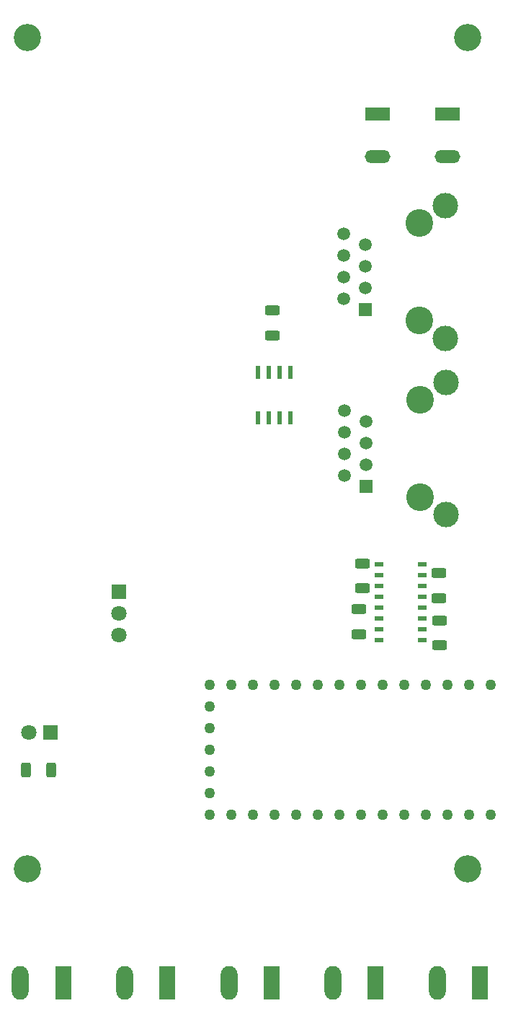
<source format=gts>
G04 #@! TF.GenerationSoftware,KiCad,Pcbnew,8.0.0*
G04 #@! TF.CreationDate,2024-08-30T13:19:30-05:00*
G04 #@! TF.ProjectId,Rain and Switches Control Board,5261696e-2061-46e6-9420-537769746368,rev?*
G04 #@! TF.SameCoordinates,Original*
G04 #@! TF.FileFunction,Soldermask,Top*
G04 #@! TF.FilePolarity,Negative*
%FSLAX46Y46*%
G04 Gerber Fmt 4.6, Leading zero omitted, Abs format (unit mm)*
G04 Created by KiCad (PCBNEW 8.0.0) date 2024-08-30 13:19:30*
%MOMM*%
%LPD*%
G01*
G04 APERTURE LIST*
G04 Aperture macros list*
%AMRoundRect*
0 Rectangle with rounded corners*
0 $1 Rounding radius*
0 $2 $3 $4 $5 $6 $7 $8 $9 X,Y pos of 4 corners*
0 Add a 4 corners polygon primitive as box body*
4,1,4,$2,$3,$4,$5,$6,$7,$8,$9,$2,$3,0*
0 Add four circle primitives for the rounded corners*
1,1,$1+$1,$2,$3*
1,1,$1+$1,$4,$5*
1,1,$1+$1,$6,$7*
1,1,$1+$1,$8,$9*
0 Add four rect primitives between the rounded corners*
20,1,$1+$1,$2,$3,$4,$5,0*
20,1,$1+$1,$4,$5,$6,$7,0*
20,1,$1+$1,$6,$7,$8,$9,0*
20,1,$1+$1,$8,$9,$2,$3,0*%
G04 Aperture macros list end*
%ADD10RoundRect,0.250000X-0.625000X0.312500X-0.625000X-0.312500X0.625000X-0.312500X0.625000X0.312500X0*%
%ADD11C,3.200000*%
%ADD12R,1.800000X1.800000*%
%ADD13C,1.800000*%
%ADD14RoundRect,0.250000X0.312500X0.625000X-0.312500X0.625000X-0.312500X-0.625000X0.312500X-0.625000X0*%
%ADD15R,1.980000X3.960000*%
%ADD16O,1.980000X3.960000*%
%ADD17C,3.250000*%
%ADD18R,1.500000X1.500000*%
%ADD19C,1.500000*%
%ADD20C,3.000000*%
%ADD21R,3.000000X1.500000*%
%ADD22O,3.000000X1.500000*%
%ADD23R,1.104900X0.508000*%
%ADD24R,0.609600X1.549400*%
%ADD25C,1.265000*%
G04 APERTURE END LIST*
D10*
X168800000Y-90035000D03*
X168800000Y-92960000D03*
D11*
X129500000Y-125890000D03*
X129500000Y-28390000D03*
X181200000Y-125890000D03*
X181200000Y-28390000D03*
D12*
X140180000Y-93350000D03*
D13*
X140180000Y-95890000D03*
X140180000Y-98430000D03*
D10*
X177870000Y-96750000D03*
X177870000Y-99675000D03*
D14*
X132252500Y-114310000D03*
X129327500Y-114310000D03*
D15*
X158140000Y-139250000D03*
D16*
X153140000Y-139250000D03*
D17*
X175620000Y-82270000D03*
X175620000Y-70840000D03*
D18*
X169270000Y-81000000D03*
D19*
X166730000Y-79730000D03*
X169270000Y-78460000D03*
X166730000Y-77190000D03*
X169270000Y-75920000D03*
X166730000Y-74650000D03*
X169270000Y-73380000D03*
X166730000Y-72110000D03*
D20*
X178670000Y-84325000D03*
X178670000Y-68785000D03*
D12*
X132210000Y-109890000D03*
D13*
X129670000Y-109890000D03*
D10*
X177790000Y-91185000D03*
X177790000Y-94110000D03*
D21*
X178800000Y-37285000D03*
X170600000Y-37285000D03*
D22*
X178800000Y-42285000D03*
X170600000Y-42285000D03*
D10*
X168400000Y-95420000D03*
X168400000Y-98345000D03*
D15*
X182620000Y-139250000D03*
D16*
X177620000Y-139250000D03*
D23*
X175820000Y-99080000D03*
X175820000Y-97810000D03*
X175820000Y-96540000D03*
X175820000Y-95270000D03*
X175820000Y-94000000D03*
X175820000Y-92730000D03*
X175820000Y-91460000D03*
X175820000Y-90190000D03*
X170740000Y-90190000D03*
X170740000Y-91460000D03*
X170740000Y-92730000D03*
X170740000Y-94000000D03*
X170740000Y-95270000D03*
X170740000Y-96540000D03*
X170740000Y-97810000D03*
X170740000Y-99080000D03*
D24*
X156540000Y-73005000D03*
X157810000Y-73005000D03*
X159080000Y-73005000D03*
X160350000Y-73005000D03*
X160350000Y-67605000D03*
X159080000Y-67605000D03*
X157810000Y-67605000D03*
X156540000Y-67605000D03*
D17*
X175515000Y-61565000D03*
X175515000Y-50135000D03*
D18*
X169165000Y-60295000D03*
D19*
X166625000Y-59025000D03*
X169165000Y-57755000D03*
X166625000Y-56485000D03*
X169165000Y-55215000D03*
X166625000Y-53945000D03*
X169165000Y-52675000D03*
X166625000Y-51405000D03*
D20*
X178565000Y-63620000D03*
X178565000Y-48080000D03*
D10*
X158230000Y-60357500D03*
X158230000Y-63282500D03*
D25*
X183915000Y-104265000D03*
X181375000Y-104265000D03*
X178835000Y-104265000D03*
X176295000Y-104265000D03*
X173755000Y-104265000D03*
X171215000Y-104265000D03*
X168675000Y-104265000D03*
X166135000Y-104265000D03*
X163595000Y-104265000D03*
X161055000Y-104265000D03*
X158515000Y-104265000D03*
X155975000Y-104265000D03*
X153435000Y-104265000D03*
X150895000Y-104265000D03*
X150895000Y-106805000D03*
X150895000Y-109345000D03*
X150895000Y-111885000D03*
X150895000Y-114425000D03*
X150895000Y-116965000D03*
X150895000Y-119505000D03*
X153435000Y-119505000D03*
X155975000Y-119505000D03*
X158515000Y-119505000D03*
X161055000Y-119505000D03*
X163595000Y-119505000D03*
X166135000Y-119505000D03*
X168675000Y-119505000D03*
X171215000Y-119505000D03*
X173755000Y-119505000D03*
X176295000Y-119505000D03*
X178835000Y-119505000D03*
X181375000Y-119505000D03*
X183915000Y-119505000D03*
D15*
X133660000Y-139250000D03*
D16*
X128660000Y-139250000D03*
D15*
X145900000Y-139250000D03*
D16*
X140900000Y-139250000D03*
D15*
X170380000Y-139250000D03*
D16*
X165380000Y-139250000D03*
M02*

</source>
